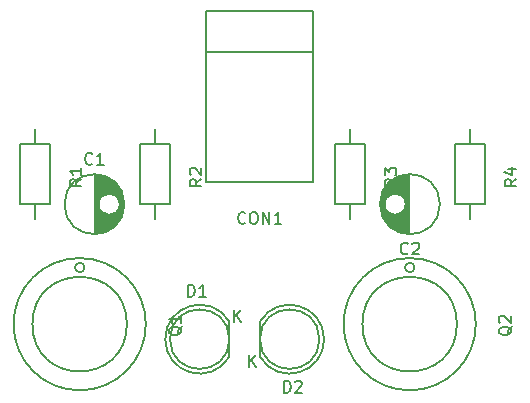
<source format=gbr>
G04 #@! TF.FileFunction,Legend,Top*
%FSLAX46Y46*%
G04 Gerber Fmt 4.6, Leading zero omitted, Abs format (unit mm)*
G04 Created by KiCad (PCBNEW 4.0.4+e1-6308~48~ubuntu14.04.1-stable) date Thu Nov 10 21:16:40 2016*
%MOMM*%
%LPD*%
G01*
G04 APERTURE LIST*
%ADD10C,0.100000*%
%ADD11C,0.150000*%
G04 APERTURE END LIST*
D10*
D11*
X106100880Y-59499500D02*
X97099120Y-59499500D01*
X106100880Y-55999380D02*
X97099120Y-55999380D01*
X97099120Y-55999380D02*
X97099120Y-70500240D01*
X97099120Y-70500240D02*
X106100880Y-70500240D01*
X106100880Y-70500240D02*
X106100880Y-55999380D01*
X99004888Y-82295096D02*
G75*
G03X99020000Y-85320000I-2484888J-1524904D01*
G01*
X99020000Y-82320000D02*
X99020000Y-85320000D01*
X99037936Y-83820000D02*
G75*
G03X99037936Y-83820000I-2517936J0D01*
G01*
X101655112Y-85344904D02*
G75*
G03X101640000Y-82320000I2484888J1524904D01*
G01*
X101640000Y-85320000D02*
X101640000Y-82320000D01*
X106657936Y-83820000D02*
G75*
G03X106657936Y-83820000I-2517936J0D01*
G01*
X86760000Y-77750000D02*
G75*
G03X86760000Y-77750000I-400000J0D01*
G01*
X90360000Y-82550000D02*
G75*
G03X90360000Y-82550000I-4000000J0D01*
G01*
X91960000Y-82550000D02*
G75*
G03X91960000Y-82550000I-5600000J0D01*
G01*
X114700000Y-77750000D02*
G75*
G03X114700000Y-77750000I-400000J0D01*
G01*
X118300000Y-82550000D02*
G75*
G03X118300000Y-82550000I-4000000J0D01*
G01*
X119900000Y-82550000D02*
G75*
G03X119900000Y-82550000I-5600000J0D01*
G01*
X87685000Y-69891000D02*
X87685000Y-74889000D01*
X87825000Y-69899000D02*
X87825000Y-74881000D01*
X87965000Y-69915000D02*
X87965000Y-72295000D01*
X87965000Y-72485000D02*
X87965000Y-74865000D01*
X88105000Y-69939000D02*
X88105000Y-71900000D01*
X88105000Y-72880000D02*
X88105000Y-74841000D01*
X88245000Y-69972000D02*
X88245000Y-71733000D01*
X88245000Y-73047000D02*
X88245000Y-74808000D01*
X88385000Y-70013000D02*
X88385000Y-71626000D01*
X88385000Y-73154000D02*
X88385000Y-74767000D01*
X88525000Y-70063000D02*
X88525000Y-71555000D01*
X88525000Y-73225000D02*
X88525000Y-74717000D01*
X88665000Y-70124000D02*
X88665000Y-71511000D01*
X88665000Y-73269000D02*
X88665000Y-74656000D01*
X88805000Y-70194000D02*
X88805000Y-71492000D01*
X88805000Y-73288000D02*
X88805000Y-74586000D01*
X88945000Y-70276000D02*
X88945000Y-71494000D01*
X88945000Y-73286000D02*
X88945000Y-74504000D01*
X89085000Y-70371000D02*
X89085000Y-71519000D01*
X89085000Y-73261000D02*
X89085000Y-74409000D01*
X89225000Y-70482000D02*
X89225000Y-71567000D01*
X89225000Y-73213000D02*
X89225000Y-74298000D01*
X89365000Y-70610000D02*
X89365000Y-71645000D01*
X89365000Y-73135000D02*
X89365000Y-74170000D01*
X89505000Y-70759000D02*
X89505000Y-71762000D01*
X89505000Y-73018000D02*
X89505000Y-74021000D01*
X89645000Y-70938000D02*
X89645000Y-71950000D01*
X89645000Y-72830000D02*
X89645000Y-73842000D01*
X89785000Y-71157000D02*
X89785000Y-73623000D01*
X89925000Y-71446000D02*
X89925000Y-73334000D01*
X90065000Y-71918000D02*
X90065000Y-72862000D01*
X89760000Y-72390000D02*
G75*
G03X89760000Y-72390000I-900000J0D01*
G01*
X90147500Y-72390000D02*
G75*
G03X90147500Y-72390000I-2537500J0D01*
G01*
X114245000Y-74889000D02*
X114245000Y-69891000D01*
X114105000Y-74881000D02*
X114105000Y-69899000D01*
X113965000Y-74865000D02*
X113965000Y-72485000D01*
X113965000Y-72295000D02*
X113965000Y-69915000D01*
X113825000Y-74841000D02*
X113825000Y-72880000D01*
X113825000Y-71900000D02*
X113825000Y-69939000D01*
X113685000Y-74808000D02*
X113685000Y-73047000D01*
X113685000Y-71733000D02*
X113685000Y-69972000D01*
X113545000Y-74767000D02*
X113545000Y-73154000D01*
X113545000Y-71626000D02*
X113545000Y-70013000D01*
X113405000Y-74717000D02*
X113405000Y-73225000D01*
X113405000Y-71555000D02*
X113405000Y-70063000D01*
X113265000Y-74656000D02*
X113265000Y-73269000D01*
X113265000Y-71511000D02*
X113265000Y-70124000D01*
X113125000Y-74586000D02*
X113125000Y-73288000D01*
X113125000Y-71492000D02*
X113125000Y-70194000D01*
X112985000Y-74504000D02*
X112985000Y-73286000D01*
X112985000Y-71494000D02*
X112985000Y-70276000D01*
X112845000Y-74409000D02*
X112845000Y-73261000D01*
X112845000Y-71519000D02*
X112845000Y-70371000D01*
X112705000Y-74298000D02*
X112705000Y-73213000D01*
X112705000Y-71567000D02*
X112705000Y-70482000D01*
X112565000Y-74170000D02*
X112565000Y-73135000D01*
X112565000Y-71645000D02*
X112565000Y-70610000D01*
X112425000Y-74021000D02*
X112425000Y-73018000D01*
X112425000Y-71762000D02*
X112425000Y-70759000D01*
X112285000Y-73842000D02*
X112285000Y-72830000D01*
X112285000Y-71950000D02*
X112285000Y-70938000D01*
X112145000Y-73623000D02*
X112145000Y-71157000D01*
X112005000Y-73334000D02*
X112005000Y-71446000D01*
X111865000Y-72862000D02*
X111865000Y-71918000D01*
X113970000Y-72390000D02*
G75*
G03X113970000Y-72390000I-900000J0D01*
G01*
X116857500Y-72390000D02*
G75*
G03X116857500Y-72390000I-2537500J0D01*
G01*
X120650000Y-67310000D02*
X120650000Y-72390000D01*
X120650000Y-72390000D02*
X118110000Y-72390000D01*
X118110000Y-72390000D02*
X118110000Y-67310000D01*
X118110000Y-67310000D02*
X120650000Y-67310000D01*
X119380000Y-67310000D02*
X119380000Y-66040000D01*
X119380000Y-72390000D02*
X119380000Y-73660000D01*
X110490000Y-67310000D02*
X110490000Y-72390000D01*
X110490000Y-72390000D02*
X107950000Y-72390000D01*
X107950000Y-72390000D02*
X107950000Y-67310000D01*
X107950000Y-67310000D02*
X110490000Y-67310000D01*
X109220000Y-67310000D02*
X109220000Y-66040000D01*
X109220000Y-72390000D02*
X109220000Y-73660000D01*
X93980000Y-67310000D02*
X93980000Y-72390000D01*
X93980000Y-72390000D02*
X91440000Y-72390000D01*
X91440000Y-72390000D02*
X91440000Y-67310000D01*
X91440000Y-67310000D02*
X93980000Y-67310000D01*
X92710000Y-67310000D02*
X92710000Y-66040000D01*
X92710000Y-72390000D02*
X92710000Y-73660000D01*
X83820000Y-67310000D02*
X83820000Y-72390000D01*
X83820000Y-72390000D02*
X81280000Y-72390000D01*
X81280000Y-72390000D02*
X81280000Y-67310000D01*
X81280000Y-67310000D02*
X83820000Y-67310000D01*
X82550000Y-67310000D02*
X82550000Y-66040000D01*
X82550000Y-72390000D02*
X82550000Y-73660000D01*
X100385715Y-73956183D02*
X100338096Y-74003802D01*
X100195239Y-74051421D01*
X100100001Y-74051421D01*
X99957143Y-74003802D01*
X99861905Y-73908564D01*
X99814286Y-73813326D01*
X99766667Y-73622850D01*
X99766667Y-73479992D01*
X99814286Y-73289516D01*
X99861905Y-73194278D01*
X99957143Y-73099040D01*
X100100001Y-73051421D01*
X100195239Y-73051421D01*
X100338096Y-73099040D01*
X100385715Y-73146659D01*
X101004762Y-73051421D02*
X101195239Y-73051421D01*
X101290477Y-73099040D01*
X101385715Y-73194278D01*
X101433334Y-73384754D01*
X101433334Y-73718088D01*
X101385715Y-73908564D01*
X101290477Y-74003802D01*
X101195239Y-74051421D01*
X101004762Y-74051421D01*
X100909524Y-74003802D01*
X100814286Y-73908564D01*
X100766667Y-73718088D01*
X100766667Y-73384754D01*
X100814286Y-73194278D01*
X100909524Y-73099040D01*
X101004762Y-73051421D01*
X101861905Y-74051421D02*
X101861905Y-73051421D01*
X102433334Y-74051421D01*
X102433334Y-73051421D01*
X103433334Y-74051421D02*
X102861905Y-74051421D01*
X103147619Y-74051421D02*
X103147619Y-73051421D01*
X103052381Y-73194278D01*
X102957143Y-73289516D01*
X102861905Y-73337135D01*
X95527905Y-80208381D02*
X95527905Y-79208381D01*
X95766000Y-79208381D01*
X95908858Y-79256000D01*
X96004096Y-79351238D01*
X96051715Y-79446476D01*
X96099334Y-79636952D01*
X96099334Y-79779810D01*
X96051715Y-79970286D01*
X96004096Y-80065524D01*
X95908858Y-80160762D01*
X95766000Y-80208381D01*
X95527905Y-80208381D01*
X97051715Y-80208381D02*
X96480286Y-80208381D01*
X96766000Y-80208381D02*
X96766000Y-79208381D01*
X96670762Y-79351238D01*
X96575524Y-79446476D01*
X96480286Y-79494095D01*
X99433095Y-82367381D02*
X99433095Y-81367381D01*
X100004524Y-82367381D02*
X99575952Y-81795952D01*
X100004524Y-81367381D02*
X99433095Y-81938810D01*
X103655905Y-88336381D02*
X103655905Y-87336381D01*
X103894000Y-87336381D01*
X104036858Y-87384000D01*
X104132096Y-87479238D01*
X104179715Y-87574476D01*
X104227334Y-87764952D01*
X104227334Y-87907810D01*
X104179715Y-88098286D01*
X104132096Y-88193524D01*
X104036858Y-88288762D01*
X103894000Y-88336381D01*
X103655905Y-88336381D01*
X104608286Y-87431619D02*
X104655905Y-87384000D01*
X104751143Y-87336381D01*
X104989239Y-87336381D01*
X105084477Y-87384000D01*
X105132096Y-87431619D01*
X105179715Y-87526857D01*
X105179715Y-87622095D01*
X105132096Y-87764952D01*
X104560667Y-88336381D01*
X105179715Y-88336381D01*
X100703095Y-86177381D02*
X100703095Y-85177381D01*
X101274524Y-86177381D02*
X100845952Y-85605952D01*
X101274524Y-85177381D02*
X100703095Y-85748810D01*
X95007619Y-82745238D02*
X94960000Y-82840476D01*
X94864762Y-82935714D01*
X94721905Y-83078571D01*
X94674286Y-83173810D01*
X94674286Y-83269048D01*
X94912381Y-83221429D02*
X94864762Y-83316667D01*
X94769524Y-83411905D01*
X94579048Y-83459524D01*
X94245714Y-83459524D01*
X94055238Y-83411905D01*
X93960000Y-83316667D01*
X93912381Y-83221429D01*
X93912381Y-83030952D01*
X93960000Y-82935714D01*
X94055238Y-82840476D01*
X94245714Y-82792857D01*
X94579048Y-82792857D01*
X94769524Y-82840476D01*
X94864762Y-82935714D01*
X94912381Y-83030952D01*
X94912381Y-83221429D01*
X94912381Y-81840476D02*
X94912381Y-82411905D01*
X94912381Y-82126191D02*
X93912381Y-82126191D01*
X94055238Y-82221429D01*
X94150476Y-82316667D01*
X94198095Y-82411905D01*
X122947619Y-82745238D02*
X122900000Y-82840476D01*
X122804762Y-82935714D01*
X122661905Y-83078571D01*
X122614286Y-83173810D01*
X122614286Y-83269048D01*
X122852381Y-83221429D02*
X122804762Y-83316667D01*
X122709524Y-83411905D01*
X122519048Y-83459524D01*
X122185714Y-83459524D01*
X121995238Y-83411905D01*
X121900000Y-83316667D01*
X121852381Y-83221429D01*
X121852381Y-83030952D01*
X121900000Y-82935714D01*
X121995238Y-82840476D01*
X122185714Y-82792857D01*
X122519048Y-82792857D01*
X122709524Y-82840476D01*
X122804762Y-82935714D01*
X122852381Y-83030952D01*
X122852381Y-83221429D01*
X121947619Y-82411905D02*
X121900000Y-82364286D01*
X121852381Y-82269048D01*
X121852381Y-82030952D01*
X121900000Y-81935714D01*
X121947619Y-81888095D01*
X122042857Y-81840476D01*
X122138095Y-81840476D01*
X122280952Y-81888095D01*
X122852381Y-82459524D01*
X122852381Y-81840476D01*
X87443334Y-68947143D02*
X87395715Y-68994762D01*
X87252858Y-69042381D01*
X87157620Y-69042381D01*
X87014762Y-68994762D01*
X86919524Y-68899524D01*
X86871905Y-68804286D01*
X86824286Y-68613810D01*
X86824286Y-68470952D01*
X86871905Y-68280476D01*
X86919524Y-68185238D01*
X87014762Y-68090000D01*
X87157620Y-68042381D01*
X87252858Y-68042381D01*
X87395715Y-68090000D01*
X87443334Y-68137619D01*
X88395715Y-69042381D02*
X87824286Y-69042381D01*
X88110000Y-69042381D02*
X88110000Y-68042381D01*
X88014762Y-68185238D01*
X87919524Y-68280476D01*
X87824286Y-68328095D01*
X114153334Y-76547143D02*
X114105715Y-76594762D01*
X113962858Y-76642381D01*
X113867620Y-76642381D01*
X113724762Y-76594762D01*
X113629524Y-76499524D01*
X113581905Y-76404286D01*
X113534286Y-76213810D01*
X113534286Y-76070952D01*
X113581905Y-75880476D01*
X113629524Y-75785238D01*
X113724762Y-75690000D01*
X113867620Y-75642381D01*
X113962858Y-75642381D01*
X114105715Y-75690000D01*
X114153334Y-75737619D01*
X114534286Y-75737619D02*
X114581905Y-75690000D01*
X114677143Y-75642381D01*
X114915239Y-75642381D01*
X115010477Y-75690000D01*
X115058096Y-75737619D01*
X115105715Y-75832857D01*
X115105715Y-75928095D01*
X115058096Y-76070952D01*
X114486667Y-76642381D01*
X115105715Y-76642381D01*
X123332501Y-70265586D02*
X122856310Y-70598920D01*
X123332501Y-70837015D02*
X122332501Y-70837015D01*
X122332501Y-70456062D01*
X122380120Y-70360824D01*
X122427739Y-70313205D01*
X122522977Y-70265586D01*
X122665834Y-70265586D01*
X122761072Y-70313205D01*
X122808691Y-70360824D01*
X122856310Y-70456062D01*
X122856310Y-70837015D01*
X122665834Y-69408443D02*
X123332501Y-69408443D01*
X122284882Y-69646539D02*
X122999168Y-69884634D01*
X122999168Y-69265586D01*
X113172501Y-70265586D02*
X112696310Y-70598920D01*
X113172501Y-70837015D02*
X112172501Y-70837015D01*
X112172501Y-70456062D01*
X112220120Y-70360824D01*
X112267739Y-70313205D01*
X112362977Y-70265586D01*
X112505834Y-70265586D01*
X112601072Y-70313205D01*
X112648691Y-70360824D01*
X112696310Y-70456062D01*
X112696310Y-70837015D01*
X112172501Y-69932253D02*
X112172501Y-69313205D01*
X112553453Y-69646539D01*
X112553453Y-69503681D01*
X112601072Y-69408443D01*
X112648691Y-69360824D01*
X112743930Y-69313205D01*
X112982025Y-69313205D01*
X113077263Y-69360824D01*
X113124882Y-69408443D01*
X113172501Y-69503681D01*
X113172501Y-69789396D01*
X113124882Y-69884634D01*
X113077263Y-69932253D01*
X96662501Y-70265586D02*
X96186310Y-70598920D01*
X96662501Y-70837015D02*
X95662501Y-70837015D01*
X95662501Y-70456062D01*
X95710120Y-70360824D01*
X95757739Y-70313205D01*
X95852977Y-70265586D01*
X95995834Y-70265586D01*
X96091072Y-70313205D01*
X96138691Y-70360824D01*
X96186310Y-70456062D01*
X96186310Y-70837015D01*
X95757739Y-69884634D02*
X95710120Y-69837015D01*
X95662501Y-69741777D01*
X95662501Y-69503681D01*
X95710120Y-69408443D01*
X95757739Y-69360824D01*
X95852977Y-69313205D01*
X95948215Y-69313205D01*
X96091072Y-69360824D01*
X96662501Y-69932253D01*
X96662501Y-69313205D01*
X86502501Y-70265586D02*
X86026310Y-70598920D01*
X86502501Y-70837015D02*
X85502501Y-70837015D01*
X85502501Y-70456062D01*
X85550120Y-70360824D01*
X85597739Y-70313205D01*
X85692977Y-70265586D01*
X85835834Y-70265586D01*
X85931072Y-70313205D01*
X85978691Y-70360824D01*
X86026310Y-70456062D01*
X86026310Y-70837015D01*
X86502501Y-69313205D02*
X86502501Y-69884634D01*
X86502501Y-69598920D02*
X85502501Y-69598920D01*
X85645358Y-69694158D01*
X85740596Y-69789396D01*
X85788215Y-69884634D01*
M02*

</source>
